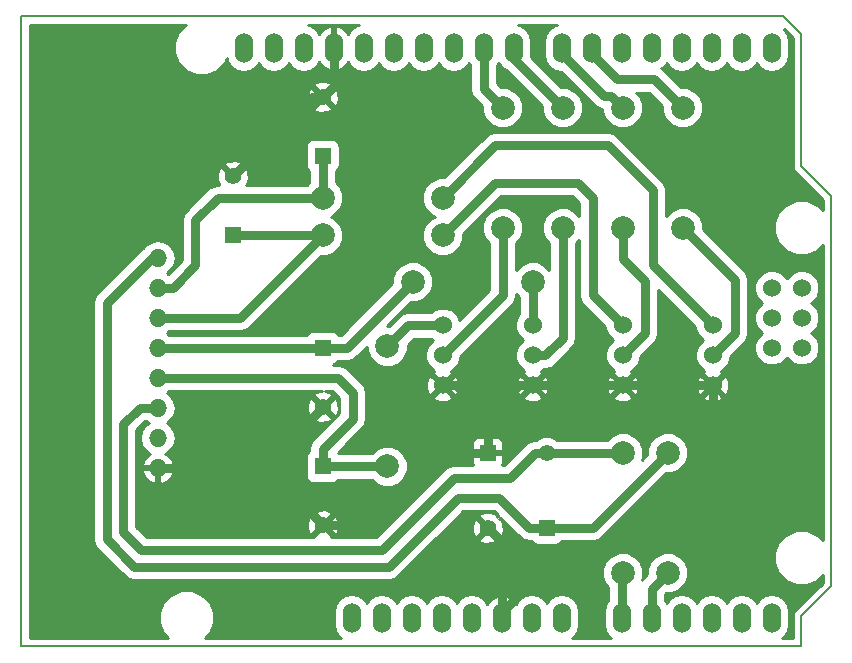
<source format=gbr>
G04 #@! TF.FileFunction,Copper,L2,Bot,Signal*
%FSLAX46Y46*%
G04 Gerber Fmt 4.6, Leading zero omitted, Abs format (unit mm)*
G04 Created by KiCad (PCBNEW 4.0.5) date Tue Feb 28 17:38:33 2017*
%MOMM*%
%LPD*%
G01*
G04 APERTURE LIST*
%ADD10C,0.100000*%
%ADD11C,0.150000*%
%ADD12O,1.524000X2.540000*%
%ADD13C,1.524000*%
%ADD14R,1.400000X1.400000*%
%ADD15C,1.400000*%
%ADD16C,1.998980*%
%ADD17O,1.524000X1.524000*%
%ADD18C,0.800000*%
%ADD19C,0.254000*%
G04 APERTURE END LIST*
D10*
D11*
X183388000Y-81788000D02*
X185928000Y-84328000D01*
X183388000Y-70612000D02*
X183388000Y-81788000D01*
X181864000Y-69088000D02*
X183388000Y-70612000D01*
X117348000Y-69088000D02*
X181864000Y-69088000D01*
X117348000Y-122428000D02*
X117348000Y-69088000D01*
X183388000Y-122428000D02*
X117348000Y-122428000D01*
X183388000Y-119888000D02*
X183388000Y-122428000D01*
X185928000Y-117348000D02*
X183388000Y-119888000D01*
X185928000Y-84328000D02*
X185928000Y-117348000D01*
D12*
X180886100Y-120015000D03*
X178346100Y-120015000D03*
X175806100Y-120015000D03*
X168186100Y-120015000D03*
X170726100Y-120015000D03*
X173266100Y-120015000D03*
X163106100Y-120015000D03*
X160566100Y-120015000D03*
X158026100Y-120015000D03*
X152946100Y-120015000D03*
X150406100Y-120015000D03*
X180886100Y-71755000D03*
X178346100Y-71755000D03*
X175806100Y-71755000D03*
X173266100Y-71755000D03*
X170726100Y-71755000D03*
X168186100Y-71755000D03*
X165646100Y-71755000D03*
X163106100Y-71755000D03*
X159042100Y-71755000D03*
X156502100Y-71755000D03*
X153962100Y-71755000D03*
X151422100Y-71755000D03*
X148882100Y-71755000D03*
X146342100Y-71755000D03*
X143802100Y-71755000D03*
X141262100Y-71755000D03*
X155486100Y-120015000D03*
X138722100Y-71755000D03*
X136182100Y-71755000D03*
X147866100Y-120015000D03*
X145326100Y-120015000D03*
D13*
X180886100Y-92075000D03*
X183426100Y-92075000D03*
X180886100Y-94615000D03*
X183426100Y-94615000D03*
X180886100Y-97155000D03*
X183426100Y-97155000D03*
D14*
X161845000Y-112395000D03*
D15*
X156845000Y-112395000D03*
D14*
X156845000Y-106045000D03*
D15*
X161845000Y-106045000D03*
D14*
X142875000Y-107188000D03*
D15*
X142875000Y-112188000D03*
D14*
X142875000Y-97155000D03*
D15*
X142875000Y-102155000D03*
D14*
X135255000Y-87630000D03*
D15*
X135255000Y-82630000D03*
D14*
X142875000Y-80899000D03*
D15*
X142875000Y-75899000D03*
D13*
X153035000Y-97790000D03*
X153035000Y-100330000D03*
X153035000Y-95250000D03*
X160655000Y-97790000D03*
X160655000Y-100330000D03*
X160655000Y-95250000D03*
X168275000Y-97790000D03*
X168275000Y-100330000D03*
X168275000Y-95250000D03*
X175895000Y-97790000D03*
X175895000Y-100330000D03*
X175895000Y-95250000D03*
D16*
X172085000Y-106045000D03*
X172085000Y-116205000D03*
X168275000Y-106045000D03*
X168275000Y-116205000D03*
X158115000Y-86995000D03*
X158115000Y-76835000D03*
X163195000Y-86995000D03*
X163195000Y-76835000D03*
X168275000Y-86995000D03*
X168275000Y-76835000D03*
X173355000Y-86995000D03*
X173355000Y-76835000D03*
X148336000Y-107188000D03*
X148336000Y-97028000D03*
X150495000Y-91567000D03*
X160655000Y-91567000D03*
X142875000Y-87630000D03*
X153035000Y-87630000D03*
X142875000Y-84455000D03*
X153035000Y-84455000D03*
D17*
X128905000Y-89535000D03*
X128905000Y-92075000D03*
X128905000Y-94615000D03*
X128905000Y-97155000D03*
X128905000Y-99695000D03*
X128905000Y-102235000D03*
X128905000Y-104775000D03*
X128905000Y-107315000D03*
D18*
X137715000Y-107315000D02*
X138002000Y-107315000D01*
X138002000Y-107315000D02*
X142875000Y-112188000D01*
X128905000Y-107315000D02*
X137715000Y-107315000D01*
X137715000Y-107315000D02*
X142875000Y-102155000D01*
X142875000Y-112188000D02*
X147452087Y-112188000D01*
X147452087Y-112188000D02*
X153595087Y-106045000D01*
X153595087Y-106045000D02*
X156845000Y-106045000D01*
X158026100Y-120015000D02*
X158026100Y-113576100D01*
X158026100Y-113576100D02*
X156845000Y-112395000D01*
X158026100Y-120015000D02*
X158026100Y-119507000D01*
X158026100Y-119507000D02*
X163738090Y-113795010D01*
X163738090Y-113795010D02*
X167294238Y-113795010D01*
X175895000Y-105194248D02*
X175895000Y-101407630D01*
X167294238Y-113795010D02*
X175895000Y-105194248D01*
X175895000Y-101407630D02*
X175895000Y-100330000D01*
X168275000Y-100330000D02*
X175895000Y-100330000D01*
X160655000Y-100330000D02*
X168275000Y-100330000D01*
X159512000Y-100330000D02*
X160655000Y-100330000D01*
X156845000Y-102997000D02*
X159512000Y-100330000D01*
X156845000Y-102997000D02*
X156845000Y-106045000D01*
X154178000Y-100330000D02*
X156845000Y-102997000D01*
X153035000Y-100330000D02*
X154178000Y-100330000D01*
X142875000Y-75899000D02*
X143802100Y-74971900D01*
X143802100Y-74971900D02*
X143802100Y-71755000D01*
X135255000Y-82630000D02*
X141986000Y-75899000D01*
X141986000Y-75899000D02*
X142875000Y-75899000D01*
X153035000Y-95250000D02*
X150114000Y-95250000D01*
X150114000Y-95250000D02*
X148336000Y-97028000D01*
X160655000Y-91567000D02*
X160655000Y-95250000D01*
X168275000Y-95250000D02*
X165735000Y-92710000D01*
X165735000Y-92710000D02*
X165735000Y-84455000D01*
X165735000Y-84455000D02*
X164465000Y-83185000D01*
X164465000Y-83185000D02*
X157480000Y-83185000D01*
X157480000Y-83185000D02*
X153035000Y-87630000D01*
X153035000Y-84455000D02*
X157480000Y-80010000D01*
X157480000Y-80010000D02*
X167005000Y-80010000D01*
X167005000Y-80010000D02*
X170815000Y-83820000D01*
X170815000Y-83820000D02*
X170815000Y-90170000D01*
X170815000Y-90170000D02*
X175895000Y-95250000D01*
X170726100Y-120015000D02*
X170726100Y-117563900D01*
X170726100Y-117563900D02*
X172085000Y-116205000D01*
X168186100Y-120015000D02*
X168186100Y-116293900D01*
X168186100Y-116293900D02*
X168275000Y-116205000D01*
X156502100Y-71755000D02*
X156502100Y-75222100D01*
X156502100Y-75222100D02*
X158115000Y-76835000D01*
X159042100Y-71755000D02*
X159042100Y-72682100D01*
X159042100Y-72682100D02*
X163195000Y-76835000D01*
X166662100Y-75819000D02*
X167259000Y-75819000D01*
X167259000Y-75819000D02*
X168275000Y-76835000D01*
X163106100Y-71755000D02*
X163106100Y-72263000D01*
X163106100Y-72263000D02*
X166662100Y-75819000D01*
X165646100Y-71755000D02*
X165646100Y-72263000D01*
X165646100Y-72263000D02*
X167802090Y-74418990D01*
X167802090Y-74418990D02*
X170938990Y-74418990D01*
X172355511Y-75835511D02*
X173355000Y-76835000D01*
X170938990Y-74418990D02*
X172355511Y-75835511D01*
X153035000Y-97790000D02*
X158115000Y-92710000D01*
X158115000Y-92710000D02*
X158115000Y-86995000D01*
X160655000Y-97790000D02*
X161732630Y-97790000D01*
X161732630Y-97790000D02*
X163195000Y-96327630D01*
X163195000Y-96327630D02*
X163195000Y-88408492D01*
X163195000Y-88408492D02*
X163195000Y-86995000D01*
X170180000Y-95885000D02*
X170180000Y-91514913D01*
X170180000Y-91514913D02*
X168275000Y-89609913D01*
X168275000Y-89609913D02*
X168275000Y-88408492D01*
X168275000Y-88408492D02*
X168275000Y-86995000D01*
X168275000Y-97790000D02*
X170180000Y-95885000D01*
X177800000Y-95885000D02*
X177800000Y-91440000D01*
X177800000Y-91440000D02*
X173355000Y-86995000D01*
X175895000Y-97790000D02*
X177800000Y-95885000D01*
X154305000Y-109855000D02*
X148459991Y-115700010D01*
X148459991Y-115700010D02*
X126928097Y-115700010D01*
X126928097Y-115700010D02*
X124583990Y-113355903D01*
X124583990Y-113355903D02*
X124583990Y-93348010D01*
X124583990Y-93348010D02*
X128397000Y-89535000D01*
X128397000Y-89535000D02*
X128905000Y-89535000D01*
X161845000Y-112395000D02*
X160345000Y-112395000D01*
X160345000Y-112395000D02*
X157805000Y-109855000D01*
X157805000Y-109855000D02*
X154305000Y-109855000D01*
X161845000Y-112395000D02*
X165735000Y-112395000D01*
X165735000Y-112395000D02*
X172085000Y-106045000D01*
X161845000Y-106045000D02*
X160855051Y-106045000D01*
X160855051Y-106045000D02*
X158696051Y-108204000D01*
X147880088Y-114300000D02*
X127508000Y-114300000D01*
X158696051Y-108204000D02*
X153976088Y-108204000D01*
X153976088Y-108204000D02*
X147880088Y-114300000D01*
X127508000Y-114300000D02*
X125984000Y-112776000D01*
X125984000Y-112776000D02*
X125984000Y-103632000D01*
X125984000Y-103632000D02*
X127381000Y-102235000D01*
X127381000Y-102235000D02*
X128905000Y-102235000D01*
X161845000Y-106045000D02*
X168275000Y-106045000D01*
X128905000Y-99695000D02*
X144145000Y-99695000D01*
X144145000Y-99695000D02*
X145415000Y-100965000D01*
X145415000Y-100965000D02*
X145415000Y-103148000D01*
X142875000Y-105688000D02*
X142875000Y-107188000D01*
X145415000Y-103148000D02*
X142875000Y-105688000D01*
X142875000Y-107188000D02*
X148336000Y-107188000D01*
X130937000Y-97155000D02*
X128905000Y-97155000D01*
X142875000Y-97155000D02*
X144907000Y-97155000D01*
X130937000Y-97155000D02*
X142875000Y-97155000D01*
X144907000Y-97155000D02*
X150495000Y-91567000D01*
X128905000Y-94615000D02*
X135890000Y-94615000D01*
X142875000Y-87630000D02*
X135890000Y-94615000D01*
X135255000Y-87630000D02*
X142875000Y-87630000D01*
X128905000Y-92075000D02*
X130175000Y-92075000D01*
X133985000Y-84455000D02*
X142875000Y-84455000D01*
X130175000Y-92075000D02*
X132080000Y-90170000D01*
X132080000Y-90170000D02*
X132080000Y-86360000D01*
X132080000Y-86360000D02*
X133985000Y-84455000D01*
X142875000Y-80899000D02*
X142875000Y-84455000D01*
D19*
G36*
X130665106Y-70442229D02*
X130312002Y-71292598D01*
X130311199Y-72213363D01*
X130662818Y-73064346D01*
X131313329Y-73715994D01*
X132163698Y-74069098D01*
X133084463Y-74069901D01*
X133935446Y-73718282D01*
X134587094Y-73067771D01*
X134761737Y-72647185D01*
X134806443Y-72871940D01*
X135129218Y-73355006D01*
X135612284Y-73677781D01*
X136182100Y-73791124D01*
X136751916Y-73677781D01*
X137234982Y-73355006D01*
X137452100Y-73030067D01*
X137669218Y-73355006D01*
X138152284Y-73677781D01*
X138722100Y-73791124D01*
X139291916Y-73677781D01*
X139774982Y-73355006D01*
X139992100Y-73030067D01*
X140209218Y-73355006D01*
X140692284Y-73677781D01*
X141262100Y-73791124D01*
X141831916Y-73677781D01*
X142314982Y-73355006D01*
X142586855Y-72948120D01*
X142904074Y-73340630D01*
X143384823Y-73602260D01*
X143459030Y-73617220D01*
X143675100Y-73494720D01*
X143675100Y-71882000D01*
X143655100Y-71882000D01*
X143655100Y-71628000D01*
X143675100Y-71628000D01*
X143675100Y-70015280D01*
X143459030Y-69892780D01*
X143384823Y-69907740D01*
X142904074Y-70169370D01*
X142586855Y-70561880D01*
X142314982Y-70154994D01*
X141831916Y-69832219D01*
X141659885Y-69798000D01*
X145944315Y-69798000D01*
X145772284Y-69832219D01*
X145289218Y-70154994D01*
X145017345Y-70561880D01*
X144700126Y-70169370D01*
X144219377Y-69907740D01*
X144145170Y-69892780D01*
X143929100Y-70015280D01*
X143929100Y-71628000D01*
X143949100Y-71628000D01*
X143949100Y-71882000D01*
X143929100Y-71882000D01*
X143929100Y-73494720D01*
X144145170Y-73617220D01*
X144219377Y-73602260D01*
X144700126Y-73340630D01*
X145017345Y-72948120D01*
X145289218Y-73355006D01*
X145772284Y-73677781D01*
X146342100Y-73791124D01*
X146911916Y-73677781D01*
X147394982Y-73355006D01*
X147612100Y-73030067D01*
X147829218Y-73355006D01*
X148312284Y-73677781D01*
X148882100Y-73791124D01*
X149451916Y-73677781D01*
X149934982Y-73355006D01*
X150152100Y-73030067D01*
X150369218Y-73355006D01*
X150852284Y-73677781D01*
X151422100Y-73791124D01*
X151991916Y-73677781D01*
X152474982Y-73355006D01*
X152692100Y-73030067D01*
X152909218Y-73355006D01*
X153392284Y-73677781D01*
X153962100Y-73791124D01*
X154531916Y-73677781D01*
X155014982Y-73355006D01*
X155232100Y-73030067D01*
X155375100Y-73244081D01*
X155375100Y-75222100D01*
X155460888Y-75653384D01*
X155705191Y-76019009D01*
X156388625Y-76702443D01*
X156388211Y-77176913D01*
X156650500Y-77811700D01*
X157135745Y-78297794D01*
X157770073Y-78561190D01*
X158456913Y-78561789D01*
X159091700Y-78299500D01*
X159577794Y-77814255D01*
X159841190Y-77179927D01*
X159841789Y-76493087D01*
X159579500Y-75858300D01*
X159094255Y-75372206D01*
X158459927Y-75108810D01*
X157982211Y-75108393D01*
X157629100Y-74755282D01*
X157629100Y-73244081D01*
X157772100Y-73030067D01*
X157989218Y-73355006D01*
X158386933Y-73620751D01*
X161468625Y-76702444D01*
X161468211Y-77176913D01*
X161730500Y-77811700D01*
X162215745Y-78297794D01*
X162850073Y-78561190D01*
X163536913Y-78561789D01*
X164171700Y-78299500D01*
X164657794Y-77814255D01*
X164921190Y-77179927D01*
X164921789Y-76493087D01*
X164659500Y-75858300D01*
X164174255Y-75372206D01*
X163539927Y-75108810D01*
X163062212Y-75108393D01*
X160485449Y-72531630D01*
X160531100Y-72302124D01*
X160531100Y-71207876D01*
X160417757Y-70638060D01*
X160094982Y-70154994D01*
X159611916Y-69832219D01*
X159439885Y-69798000D01*
X162708315Y-69798000D01*
X162536284Y-69832219D01*
X162053218Y-70154994D01*
X161730443Y-70638060D01*
X161617100Y-71207876D01*
X161617100Y-72302124D01*
X161730443Y-72871940D01*
X162053218Y-73355006D01*
X162536284Y-73677781D01*
X163024094Y-73774812D01*
X165865190Y-76615909D01*
X166230815Y-76860212D01*
X166302370Y-76874445D01*
X166548432Y-76923390D01*
X166548211Y-77176913D01*
X166810500Y-77811700D01*
X167295745Y-78297794D01*
X167930073Y-78561190D01*
X168616913Y-78561789D01*
X169251700Y-78299500D01*
X169737794Y-77814255D01*
X170001190Y-77179927D01*
X170001789Y-76493087D01*
X169739500Y-75858300D01*
X169427735Y-75545990D01*
X170472172Y-75545990D01*
X171628625Y-76702443D01*
X171628211Y-77176913D01*
X171890500Y-77811700D01*
X172375745Y-78297794D01*
X173010073Y-78561190D01*
X173696913Y-78561789D01*
X174331700Y-78299500D01*
X174817794Y-77814255D01*
X175081190Y-77179927D01*
X175081789Y-76493087D01*
X174819500Y-75858300D01*
X174334255Y-75372206D01*
X173699927Y-75108810D01*
X173222211Y-75108393D01*
X171735899Y-73622081D01*
X171557588Y-73502937D01*
X171778982Y-73355006D01*
X171996100Y-73030067D01*
X172213218Y-73355006D01*
X172696284Y-73677781D01*
X173266100Y-73791124D01*
X173835916Y-73677781D01*
X174318982Y-73355006D01*
X174536100Y-73030067D01*
X174753218Y-73355006D01*
X175236284Y-73677781D01*
X175806100Y-73791124D01*
X176375916Y-73677781D01*
X176858982Y-73355006D01*
X177076100Y-73030067D01*
X177293218Y-73355006D01*
X177776284Y-73677781D01*
X178346100Y-73791124D01*
X178915916Y-73677781D01*
X179398982Y-73355006D01*
X179616100Y-73030067D01*
X179833218Y-73355006D01*
X180316284Y-73677781D01*
X180886100Y-73791124D01*
X181455916Y-73677781D01*
X181938982Y-73355006D01*
X182261757Y-72871940D01*
X182375100Y-72302124D01*
X182375100Y-71207876D01*
X182261757Y-70638060D01*
X181963306Y-70191398D01*
X182678000Y-70906091D01*
X182678000Y-81788000D01*
X182732046Y-82059705D01*
X182885954Y-82290046D01*
X185218000Y-84622091D01*
X185218000Y-85513972D01*
X184738871Y-85034006D01*
X183888502Y-84680902D01*
X182967737Y-84680099D01*
X182116754Y-85031718D01*
X181465106Y-85682229D01*
X181112002Y-86532598D01*
X181111199Y-87453363D01*
X181462818Y-88304346D01*
X182113329Y-88955994D01*
X182963698Y-89309098D01*
X183884463Y-89309901D01*
X184735446Y-88958282D01*
X185218000Y-88476570D01*
X185218000Y-113453972D01*
X184738871Y-112974006D01*
X183888502Y-112620902D01*
X182967737Y-112620099D01*
X182116754Y-112971718D01*
X181465106Y-113622229D01*
X181112002Y-114472598D01*
X181111199Y-115393363D01*
X181462818Y-116244346D01*
X182113329Y-116895994D01*
X182963698Y-117249098D01*
X183884463Y-117249901D01*
X184735446Y-116898282D01*
X185218000Y-116416570D01*
X185218000Y-117053909D01*
X182885954Y-119385954D01*
X182732046Y-119616295D01*
X182678000Y-119888000D01*
X182678000Y-121718000D01*
X181784841Y-121718000D01*
X181938982Y-121615006D01*
X182261757Y-121131940D01*
X182375100Y-120562124D01*
X182375100Y-119467876D01*
X182261757Y-118898060D01*
X181938982Y-118414994D01*
X181455916Y-118092219D01*
X180886100Y-117978876D01*
X180316284Y-118092219D01*
X179833218Y-118414994D01*
X179616100Y-118739933D01*
X179398982Y-118414994D01*
X178915916Y-118092219D01*
X178346100Y-117978876D01*
X177776284Y-118092219D01*
X177293218Y-118414994D01*
X177076100Y-118739933D01*
X176858982Y-118414994D01*
X176375916Y-118092219D01*
X175806100Y-117978876D01*
X175236284Y-118092219D01*
X174753218Y-118414994D01*
X174536100Y-118739933D01*
X174318982Y-118414994D01*
X173835916Y-118092219D01*
X173266100Y-117978876D01*
X172696284Y-118092219D01*
X172213218Y-118414994D01*
X171996100Y-118739933D01*
X171853100Y-118525919D01*
X171853100Y-118030718D01*
X171952443Y-117931375D01*
X172426913Y-117931789D01*
X173061700Y-117669500D01*
X173547794Y-117184255D01*
X173811190Y-116549927D01*
X173811789Y-115863087D01*
X173549500Y-115228300D01*
X173064255Y-114742206D01*
X172429927Y-114478810D01*
X171743087Y-114478211D01*
X171108300Y-114740500D01*
X170622206Y-115225745D01*
X170358810Y-115860073D01*
X170358393Y-116337789D01*
X169929191Y-116766991D01*
X169881288Y-116838682D01*
X170001190Y-116549927D01*
X170001789Y-115863087D01*
X169739500Y-115228300D01*
X169254255Y-114742206D01*
X168619927Y-114478810D01*
X167933087Y-114478211D01*
X167298300Y-114740500D01*
X166812206Y-115225745D01*
X166548810Y-115860073D01*
X166548211Y-116546913D01*
X166810500Y-117181700D01*
X167059100Y-117430735D01*
X167059100Y-118525919D01*
X166810443Y-118898060D01*
X166697100Y-119467876D01*
X166697100Y-120562124D01*
X166810443Y-121131940D01*
X167133218Y-121615006D01*
X167287359Y-121718000D01*
X164004841Y-121718000D01*
X164158982Y-121615006D01*
X164481757Y-121131940D01*
X164595100Y-120562124D01*
X164595100Y-119467876D01*
X164481757Y-118898060D01*
X164158982Y-118414994D01*
X163675916Y-118092219D01*
X163106100Y-117978876D01*
X162536284Y-118092219D01*
X162053218Y-118414994D01*
X161836100Y-118739933D01*
X161618982Y-118414994D01*
X161135916Y-118092219D01*
X160566100Y-117978876D01*
X159996284Y-118092219D01*
X159513218Y-118414994D01*
X159241345Y-118821880D01*
X158924126Y-118429370D01*
X158443377Y-118167740D01*
X158369170Y-118152780D01*
X158153100Y-118275280D01*
X158153100Y-119888000D01*
X158173100Y-119888000D01*
X158173100Y-120142000D01*
X158153100Y-120142000D01*
X158153100Y-120162000D01*
X157899100Y-120162000D01*
X157899100Y-120142000D01*
X157879100Y-120142000D01*
X157879100Y-119888000D01*
X157899100Y-119888000D01*
X157899100Y-118275280D01*
X157683030Y-118152780D01*
X157608823Y-118167740D01*
X157128074Y-118429370D01*
X156810855Y-118821880D01*
X156538982Y-118414994D01*
X156055916Y-118092219D01*
X155486100Y-117978876D01*
X154916284Y-118092219D01*
X154433218Y-118414994D01*
X154216100Y-118739933D01*
X153998982Y-118414994D01*
X153515916Y-118092219D01*
X152946100Y-117978876D01*
X152376284Y-118092219D01*
X151893218Y-118414994D01*
X151676100Y-118739933D01*
X151458982Y-118414994D01*
X150975916Y-118092219D01*
X150406100Y-117978876D01*
X149836284Y-118092219D01*
X149353218Y-118414994D01*
X149136100Y-118739933D01*
X148918982Y-118414994D01*
X148435916Y-118092219D01*
X147866100Y-117978876D01*
X147296284Y-118092219D01*
X146813218Y-118414994D01*
X146596100Y-118739933D01*
X146378982Y-118414994D01*
X145895916Y-118092219D01*
X145326100Y-117978876D01*
X144756284Y-118092219D01*
X144273218Y-118414994D01*
X143950443Y-118898060D01*
X143837100Y-119467876D01*
X143837100Y-120562124D01*
X143950443Y-121131940D01*
X144273218Y-121615006D01*
X144427359Y-121718000D01*
X132926183Y-121718000D01*
X133317094Y-121327771D01*
X133670198Y-120477402D01*
X133671001Y-119556637D01*
X133319382Y-118705654D01*
X132668871Y-118054006D01*
X131818502Y-117700902D01*
X130897737Y-117700099D01*
X130046754Y-118051718D01*
X129395106Y-118702229D01*
X129042002Y-119552598D01*
X129041199Y-120473363D01*
X129392818Y-121324346D01*
X129785785Y-121718000D01*
X118058000Y-121718000D01*
X118058000Y-93348010D01*
X123456990Y-93348010D01*
X123456990Y-113355903D01*
X123542778Y-113787187D01*
X123787081Y-114152812D01*
X126131188Y-116496919D01*
X126496813Y-116741222D01*
X126928097Y-116827010D01*
X148459991Y-116827010D01*
X148891275Y-116741222D01*
X149256900Y-116496919D01*
X152423544Y-113330275D01*
X156089331Y-113330275D01*
X156151169Y-113566042D01*
X156652122Y-113742419D01*
X157182440Y-113713664D01*
X157538831Y-113566042D01*
X157600669Y-113330275D01*
X156845000Y-112574605D01*
X156089331Y-113330275D01*
X152423544Y-113330275D01*
X153551697Y-112202122D01*
X155497581Y-112202122D01*
X155526336Y-112732440D01*
X155673958Y-113088831D01*
X155909725Y-113150669D01*
X156665395Y-112395000D01*
X155909725Y-111639331D01*
X155673958Y-111701169D01*
X155497581Y-112202122D01*
X153551697Y-112202122D01*
X154771819Y-110982000D01*
X157338182Y-110982000D01*
X157708287Y-111352105D01*
X157600669Y-111459723D01*
X157538831Y-111223958D01*
X157037878Y-111047581D01*
X156507560Y-111076336D01*
X156151169Y-111223958D01*
X156089331Y-111459725D01*
X156845000Y-112215395D01*
X156859142Y-112201252D01*
X157038748Y-112380858D01*
X157024605Y-112395000D01*
X157780275Y-113150669D01*
X158016042Y-113088831D01*
X158192419Y-112587878D01*
X158163664Y-112057560D01*
X158016042Y-111701169D01*
X157780277Y-111639331D01*
X157887895Y-111531713D01*
X159548090Y-113191909D01*
X159913715Y-113436212D01*
X159985270Y-113450445D01*
X160345000Y-113522000D01*
X160555858Y-113522000D01*
X160613672Y-113611846D01*
X160856615Y-113777843D01*
X161145000Y-113836242D01*
X162545000Y-113836242D01*
X162814410Y-113785549D01*
X163061846Y-113626328D01*
X163133131Y-113522000D01*
X165735000Y-113522000D01*
X166166284Y-113436212D01*
X166531909Y-113191909D01*
X171952443Y-107771375D01*
X172426913Y-107771789D01*
X173061700Y-107509500D01*
X173547794Y-107024255D01*
X173811190Y-106389927D01*
X173811789Y-105703087D01*
X173549500Y-105068300D01*
X173064255Y-104582206D01*
X172429927Y-104318810D01*
X171743087Y-104318211D01*
X171108300Y-104580500D01*
X170622206Y-105065745D01*
X170358810Y-105700073D01*
X170358393Y-106177789D01*
X169898180Y-106638002D01*
X170001190Y-106389927D01*
X170001789Y-105703087D01*
X169739500Y-105068300D01*
X169254255Y-104582206D01*
X168619927Y-104318810D01*
X167933087Y-104318211D01*
X167298300Y-104580500D01*
X166960209Y-104918000D01*
X162736290Y-104918000D01*
X162654386Y-104835953D01*
X162130093Y-104618248D01*
X161562397Y-104617752D01*
X161037725Y-104834543D01*
X160954122Y-104918000D01*
X160855051Y-104918000D01*
X160423767Y-105003788D01*
X160058142Y-105248091D01*
X158229233Y-107077000D01*
X158094800Y-107077000D01*
X158180000Y-106871310D01*
X158180000Y-106330750D01*
X158021250Y-106172000D01*
X156972000Y-106172000D01*
X156972000Y-106192000D01*
X156718000Y-106192000D01*
X156718000Y-106172000D01*
X155668750Y-106172000D01*
X155510000Y-106330750D01*
X155510000Y-106871310D01*
X155595200Y-107077000D01*
X153976088Y-107077000D01*
X153544804Y-107162788D01*
X153179179Y-107407091D01*
X147413270Y-113173000D01*
X143617627Y-113173000D01*
X143630669Y-113123275D01*
X142875000Y-112367605D01*
X142119331Y-113123275D01*
X142132373Y-113173000D01*
X127974819Y-113173000D01*
X127111000Y-112309182D01*
X127111000Y-111995122D01*
X141527581Y-111995122D01*
X141556336Y-112525440D01*
X141703958Y-112881831D01*
X141939725Y-112943669D01*
X142695395Y-112188000D01*
X143054605Y-112188000D01*
X143810275Y-112943669D01*
X144046042Y-112881831D01*
X144222419Y-112380878D01*
X144193664Y-111850560D01*
X144046042Y-111494169D01*
X143810275Y-111432331D01*
X143054605Y-112188000D01*
X142695395Y-112188000D01*
X141939725Y-111432331D01*
X141703958Y-111494169D01*
X141527581Y-111995122D01*
X127111000Y-111995122D01*
X127111000Y-111252725D01*
X142119331Y-111252725D01*
X142875000Y-112008395D01*
X143630669Y-111252725D01*
X143568831Y-111016958D01*
X143067878Y-110840581D01*
X142537560Y-110869336D01*
X142181169Y-111016958D01*
X142119331Y-111252725D01*
X127111000Y-111252725D01*
X127111000Y-107658070D01*
X127550780Y-107658070D01*
X127704826Y-108029997D01*
X128069801Y-108434858D01*
X128561928Y-108669231D01*
X128778000Y-108547476D01*
X128778000Y-107442000D01*
X129032000Y-107442000D01*
X129032000Y-108547476D01*
X129248072Y-108669231D01*
X129740199Y-108434858D01*
X130105174Y-108029997D01*
X130259220Y-107658070D01*
X130136720Y-107442000D01*
X129032000Y-107442000D01*
X128778000Y-107442000D01*
X127673280Y-107442000D01*
X127550780Y-107658070D01*
X127111000Y-107658070D01*
X127111000Y-104098818D01*
X127847819Y-103362000D01*
X127933872Y-103362000D01*
X128147886Y-103505000D01*
X127822947Y-103722118D01*
X127500172Y-104205184D01*
X127386829Y-104775000D01*
X127500172Y-105344816D01*
X127822947Y-105827882D01*
X128246586Y-106110949D01*
X128069801Y-106195142D01*
X127704826Y-106600003D01*
X127550780Y-106971930D01*
X127673280Y-107188000D01*
X128778000Y-107188000D01*
X128778000Y-107168000D01*
X129032000Y-107168000D01*
X129032000Y-107188000D01*
X130136720Y-107188000D01*
X130259220Y-106971930D01*
X130105174Y-106600003D01*
X129740199Y-106195142D01*
X129563414Y-106110949D01*
X129987053Y-105827882D01*
X130309828Y-105344816D01*
X130423171Y-104775000D01*
X130309828Y-104205184D01*
X129987053Y-103722118D01*
X129662114Y-103505000D01*
X129987053Y-103287882D01*
X130119090Y-103090275D01*
X142119331Y-103090275D01*
X142181169Y-103326042D01*
X142682122Y-103502419D01*
X143212440Y-103473664D01*
X143568831Y-103326042D01*
X143630669Y-103090275D01*
X142875000Y-102334605D01*
X142119331Y-103090275D01*
X130119090Y-103090275D01*
X130309828Y-102804816D01*
X130423171Y-102235000D01*
X130368893Y-101962122D01*
X141527581Y-101962122D01*
X141556336Y-102492440D01*
X141703958Y-102848831D01*
X141939725Y-102910669D01*
X142695395Y-102155000D01*
X143054605Y-102155000D01*
X143810275Y-102910669D01*
X144046042Y-102848831D01*
X144222419Y-102347878D01*
X144193664Y-101817560D01*
X144046042Y-101461169D01*
X143810275Y-101399331D01*
X143054605Y-102155000D01*
X142695395Y-102155000D01*
X141939725Y-101399331D01*
X141703958Y-101461169D01*
X141527581Y-101962122D01*
X130368893Y-101962122D01*
X130309828Y-101665184D01*
X129987053Y-101182118D01*
X129662114Y-100965000D01*
X129876128Y-100822000D01*
X142801954Y-100822000D01*
X142537560Y-100836336D01*
X142181169Y-100983958D01*
X142119331Y-101219725D01*
X142875000Y-101975395D01*
X143630669Y-101219725D01*
X143568831Y-100983958D01*
X143108831Y-100822000D01*
X143678182Y-100822000D01*
X144288000Y-101431819D01*
X144288000Y-102681181D01*
X142078091Y-104891091D01*
X141833788Y-105256716D01*
X141748000Y-105688000D01*
X141748000Y-105898858D01*
X141658154Y-105956672D01*
X141492157Y-106199615D01*
X141433758Y-106488000D01*
X141433758Y-107888000D01*
X141484451Y-108157410D01*
X141643672Y-108404846D01*
X141886615Y-108570843D01*
X142175000Y-108629242D01*
X143575000Y-108629242D01*
X143844410Y-108578549D01*
X144091846Y-108419328D01*
X144163131Y-108315000D01*
X147021537Y-108315000D01*
X147356745Y-108650794D01*
X147991073Y-108914190D01*
X148677913Y-108914789D01*
X149312700Y-108652500D01*
X149798794Y-108167255D01*
X150062190Y-107532927D01*
X150062789Y-106846087D01*
X149800500Y-106211300D01*
X149315255Y-105725206D01*
X148680927Y-105461810D01*
X147994087Y-105461211D01*
X147359300Y-105723500D01*
X147021209Y-106061000D01*
X144164142Y-106061000D01*
X144137391Y-106019427D01*
X144938128Y-105218690D01*
X155510000Y-105218690D01*
X155510000Y-105759250D01*
X155668750Y-105918000D01*
X156718000Y-105918000D01*
X156718000Y-104868750D01*
X156972000Y-104868750D01*
X156972000Y-105918000D01*
X158021250Y-105918000D01*
X158180000Y-105759250D01*
X158180000Y-105218690D01*
X158083327Y-104985301D01*
X157904698Y-104806673D01*
X157671309Y-104710000D01*
X157130750Y-104710000D01*
X156972000Y-104868750D01*
X156718000Y-104868750D01*
X156559250Y-104710000D01*
X156018691Y-104710000D01*
X155785302Y-104806673D01*
X155606673Y-104985301D01*
X155510000Y-105218690D01*
X144938128Y-105218690D01*
X146211909Y-103944910D01*
X146456212Y-103579285D01*
X146477221Y-103473664D01*
X146542000Y-103148000D01*
X146542000Y-101310213D01*
X152234392Y-101310213D01*
X152303857Y-101552397D01*
X152827302Y-101739144D01*
X153382368Y-101711362D01*
X153766143Y-101552397D01*
X153835608Y-101310213D01*
X159854392Y-101310213D01*
X159923857Y-101552397D01*
X160447302Y-101739144D01*
X161002368Y-101711362D01*
X161386143Y-101552397D01*
X161455608Y-101310213D01*
X167474392Y-101310213D01*
X167543857Y-101552397D01*
X168067302Y-101739144D01*
X168622368Y-101711362D01*
X169006143Y-101552397D01*
X169075608Y-101310213D01*
X175094392Y-101310213D01*
X175163857Y-101552397D01*
X175687302Y-101739144D01*
X176242368Y-101711362D01*
X176626143Y-101552397D01*
X176695608Y-101310213D01*
X175895000Y-100509605D01*
X175094392Y-101310213D01*
X169075608Y-101310213D01*
X168275000Y-100509605D01*
X167474392Y-101310213D01*
X161455608Y-101310213D01*
X160655000Y-100509605D01*
X159854392Y-101310213D01*
X153835608Y-101310213D01*
X153035000Y-100509605D01*
X152234392Y-101310213D01*
X146542000Y-101310213D01*
X146542000Y-100965000D01*
X146456212Y-100533716D01*
X146440102Y-100509605D01*
X146211909Y-100168090D01*
X146166121Y-100122302D01*
X151625856Y-100122302D01*
X151653638Y-100677368D01*
X151812603Y-101061143D01*
X152054787Y-101130608D01*
X152855395Y-100330000D01*
X153214605Y-100330000D01*
X154015213Y-101130608D01*
X154257397Y-101061143D01*
X154444144Y-100537698D01*
X154423353Y-100122302D01*
X159245856Y-100122302D01*
X159273638Y-100677368D01*
X159432603Y-101061143D01*
X159674787Y-101130608D01*
X160475395Y-100330000D01*
X160834605Y-100330000D01*
X161635213Y-101130608D01*
X161877397Y-101061143D01*
X162064144Y-100537698D01*
X162043353Y-100122302D01*
X166865856Y-100122302D01*
X166893638Y-100677368D01*
X167052603Y-101061143D01*
X167294787Y-101130608D01*
X168095395Y-100330000D01*
X168454605Y-100330000D01*
X169255213Y-101130608D01*
X169497397Y-101061143D01*
X169684144Y-100537698D01*
X169663353Y-100122302D01*
X174485856Y-100122302D01*
X174513638Y-100677368D01*
X174672603Y-101061143D01*
X174914787Y-101130608D01*
X175715395Y-100330000D01*
X176074605Y-100330000D01*
X176875213Y-101130608D01*
X177117397Y-101061143D01*
X177304144Y-100537698D01*
X177276362Y-99982632D01*
X177117397Y-99598857D01*
X176875213Y-99529392D01*
X176074605Y-100330000D01*
X175715395Y-100330000D01*
X174914787Y-99529392D01*
X174672603Y-99598857D01*
X174485856Y-100122302D01*
X169663353Y-100122302D01*
X169656362Y-99982632D01*
X169497397Y-99598857D01*
X169255213Y-99529392D01*
X168454605Y-100330000D01*
X168095395Y-100330000D01*
X167294787Y-99529392D01*
X167052603Y-99598857D01*
X166865856Y-100122302D01*
X162043353Y-100122302D01*
X162036362Y-99982632D01*
X161877397Y-99598857D01*
X161635213Y-99529392D01*
X160834605Y-100330000D01*
X160475395Y-100330000D01*
X159674787Y-99529392D01*
X159432603Y-99598857D01*
X159245856Y-100122302D01*
X154423353Y-100122302D01*
X154416362Y-99982632D01*
X154257397Y-99598857D01*
X154015213Y-99529392D01*
X153214605Y-100330000D01*
X152855395Y-100330000D01*
X152054787Y-99529392D01*
X151812603Y-99598857D01*
X151625856Y-100122302D01*
X146166121Y-100122302D01*
X144941909Y-98898091D01*
X144576284Y-98653788D01*
X144145000Y-98568000D01*
X143725093Y-98568000D01*
X143844410Y-98545549D01*
X144091846Y-98386328D01*
X144163131Y-98282000D01*
X144907000Y-98282000D01*
X145338284Y-98196212D01*
X145703909Y-97951909D01*
X146609493Y-97046325D01*
X146609211Y-97369913D01*
X146871500Y-98004700D01*
X147356745Y-98490794D01*
X147991073Y-98754190D01*
X148677913Y-98754789D01*
X149312700Y-98492500D01*
X149798794Y-98007255D01*
X150062190Y-97372927D01*
X150062607Y-96895212D01*
X150580819Y-96377000D01*
X152056106Y-96377000D01*
X152190448Y-96511577D01*
X152210105Y-96519739D01*
X152192651Y-96526951D01*
X151773423Y-96945448D01*
X151546259Y-97492520D01*
X151545742Y-98084881D01*
X151771951Y-98632349D01*
X152190448Y-99051577D01*
X152314629Y-99103141D01*
X152303857Y-99107603D01*
X152234392Y-99349787D01*
X153035000Y-100150395D01*
X153835608Y-99349787D01*
X153766143Y-99107603D01*
X153754967Y-99103616D01*
X153877349Y-99053049D01*
X154296577Y-98634552D01*
X154523741Y-98087480D01*
X154523909Y-97894909D01*
X158911909Y-93506909D01*
X159156212Y-93141284D01*
X159242000Y-92710000D01*
X159242000Y-92595290D01*
X159528000Y-92881791D01*
X159528000Y-94271106D01*
X159393423Y-94405448D01*
X159166259Y-94952520D01*
X159165742Y-95544881D01*
X159391951Y-96092349D01*
X159810448Y-96511577D01*
X159830105Y-96519739D01*
X159812651Y-96526951D01*
X159393423Y-96945448D01*
X159166259Y-97492520D01*
X159165742Y-98084881D01*
X159391951Y-98632349D01*
X159810448Y-99051577D01*
X159934629Y-99103141D01*
X159923857Y-99107603D01*
X159854392Y-99349787D01*
X160655000Y-100150395D01*
X161455608Y-99349787D01*
X161386143Y-99107603D01*
X161374967Y-99103616D01*
X161497349Y-99053049D01*
X161633636Y-98917000D01*
X161732630Y-98917000D01*
X162163914Y-98831212D01*
X162529539Y-98586909D01*
X163991909Y-97124540D01*
X164236212Y-96758915D01*
X164251529Y-96681909D01*
X164322000Y-96327630D01*
X164322000Y-88309463D01*
X164608000Y-88023962D01*
X164608000Y-92710000D01*
X164693788Y-93141284D01*
X164938091Y-93506909D01*
X166785908Y-95354727D01*
X166785742Y-95544881D01*
X167011951Y-96092349D01*
X167430448Y-96511577D01*
X167450105Y-96519739D01*
X167432651Y-96526951D01*
X167013423Y-96945448D01*
X166786259Y-97492520D01*
X166785742Y-98084881D01*
X167011951Y-98632349D01*
X167430448Y-99051577D01*
X167554629Y-99103141D01*
X167543857Y-99107603D01*
X167474392Y-99349787D01*
X168275000Y-100150395D01*
X169075608Y-99349787D01*
X169006143Y-99107603D01*
X168994967Y-99103616D01*
X169117349Y-99053049D01*
X169536577Y-98634552D01*
X169763741Y-98087480D01*
X169763909Y-97894909D01*
X170976909Y-96681909D01*
X171221212Y-96316284D01*
X171307000Y-95885000D01*
X171307000Y-92255818D01*
X174405908Y-95354726D01*
X174405742Y-95544881D01*
X174631951Y-96092349D01*
X175050448Y-96511577D01*
X175070105Y-96519739D01*
X175052651Y-96526951D01*
X174633423Y-96945448D01*
X174406259Y-97492520D01*
X174405742Y-98084881D01*
X174631951Y-98632349D01*
X175050448Y-99051577D01*
X175174629Y-99103141D01*
X175163857Y-99107603D01*
X175094392Y-99349787D01*
X175895000Y-100150395D01*
X176695608Y-99349787D01*
X176626143Y-99107603D01*
X176614967Y-99103616D01*
X176737349Y-99053049D01*
X177156577Y-98634552D01*
X177383741Y-98087480D01*
X177383909Y-97894909D01*
X178596909Y-96681909D01*
X178841212Y-96316284D01*
X178927000Y-95885000D01*
X178927000Y-92369881D01*
X179396842Y-92369881D01*
X179623051Y-92917349D01*
X180041548Y-93336577D01*
X180061205Y-93344739D01*
X180043751Y-93351951D01*
X179624523Y-93770448D01*
X179397359Y-94317520D01*
X179396842Y-94909881D01*
X179623051Y-95457349D01*
X180041548Y-95876577D01*
X180061205Y-95884739D01*
X180043751Y-95891951D01*
X179624523Y-96310448D01*
X179397359Y-96857520D01*
X179396842Y-97449881D01*
X179623051Y-97997349D01*
X180041548Y-98416577D01*
X180588620Y-98643741D01*
X181180981Y-98644258D01*
X181728449Y-98418049D01*
X182147677Y-97999552D01*
X182155839Y-97979895D01*
X182163051Y-97997349D01*
X182581548Y-98416577D01*
X183128620Y-98643741D01*
X183720981Y-98644258D01*
X184268449Y-98418049D01*
X184687677Y-97999552D01*
X184914841Y-97452480D01*
X184915358Y-96860119D01*
X184689149Y-96312651D01*
X184270652Y-95893423D01*
X184250995Y-95885261D01*
X184268449Y-95878049D01*
X184687677Y-95459552D01*
X184914841Y-94912480D01*
X184915358Y-94320119D01*
X184689149Y-93772651D01*
X184270652Y-93353423D01*
X184250995Y-93345261D01*
X184268449Y-93338049D01*
X184687677Y-92919552D01*
X184914841Y-92372480D01*
X184915358Y-91780119D01*
X184689149Y-91232651D01*
X184270652Y-90813423D01*
X183723580Y-90586259D01*
X183131219Y-90585742D01*
X182583751Y-90811951D01*
X182164523Y-91230448D01*
X182156361Y-91250105D01*
X182149149Y-91232651D01*
X181730652Y-90813423D01*
X181183580Y-90586259D01*
X180591219Y-90585742D01*
X180043751Y-90811951D01*
X179624523Y-91230448D01*
X179397359Y-91777520D01*
X179396842Y-92369881D01*
X178927000Y-92369881D01*
X178927000Y-91440000D01*
X178841212Y-91008716D01*
X178596909Y-90643090D01*
X175081375Y-87127557D01*
X175081789Y-86653087D01*
X174819500Y-86018300D01*
X174334255Y-85532206D01*
X173699927Y-85268810D01*
X173013087Y-85268211D01*
X172378300Y-85530500D01*
X171942000Y-85966038D01*
X171942000Y-83820000D01*
X171856212Y-83388716D01*
X171812857Y-83323831D01*
X171611910Y-83023091D01*
X167801909Y-79213091D01*
X167436284Y-78968788D01*
X167005000Y-78883000D01*
X157480000Y-78883000D01*
X157048716Y-78968788D01*
X156683090Y-79213091D01*
X153167557Y-82728625D01*
X152693087Y-82728211D01*
X152058300Y-82990500D01*
X151572206Y-83475745D01*
X151308810Y-84110073D01*
X151308211Y-84796913D01*
X151570500Y-85431700D01*
X152055745Y-85917794D01*
X152356026Y-86042482D01*
X152058300Y-86165500D01*
X151572206Y-86650745D01*
X151308810Y-87285073D01*
X151308211Y-87971913D01*
X151570500Y-88606700D01*
X152055745Y-89092794D01*
X152690073Y-89356190D01*
X153376913Y-89356789D01*
X154011700Y-89094500D01*
X154497794Y-88609255D01*
X154761190Y-87974927D01*
X154761607Y-87497212D01*
X157946819Y-84312000D01*
X163998182Y-84312000D01*
X164608000Y-84921819D01*
X164608000Y-85966710D01*
X164174255Y-85532206D01*
X163539927Y-85268810D01*
X162853087Y-85268211D01*
X162218300Y-85530500D01*
X161732206Y-86015745D01*
X161468810Y-86650073D01*
X161468211Y-87336913D01*
X161730500Y-87971700D01*
X162068000Y-88309791D01*
X162068000Y-90538710D01*
X161634255Y-90104206D01*
X160999927Y-89840810D01*
X160313087Y-89840211D01*
X159678300Y-90102500D01*
X159242000Y-90538038D01*
X159242000Y-88309463D01*
X159577794Y-87974255D01*
X159841190Y-87339927D01*
X159841789Y-86653087D01*
X159579500Y-86018300D01*
X159094255Y-85532206D01*
X158459927Y-85268810D01*
X157773087Y-85268211D01*
X157138300Y-85530500D01*
X156652206Y-86015745D01*
X156388810Y-86650073D01*
X156388211Y-87336913D01*
X156650500Y-87971700D01*
X156988000Y-88309791D01*
X156988000Y-92243182D01*
X154451690Y-94779492D01*
X154298049Y-94407651D01*
X153879552Y-93988423D01*
X153332480Y-93761259D01*
X152740119Y-93760742D01*
X152192651Y-93986951D01*
X152056364Y-94123000D01*
X150114000Y-94123000D01*
X149682716Y-94208788D01*
X149317091Y-94453090D01*
X148468557Y-95301625D01*
X148354293Y-95301525D01*
X150362444Y-93293375D01*
X150836913Y-93293789D01*
X151471700Y-93031500D01*
X151957794Y-92546255D01*
X152221190Y-91911927D01*
X152221789Y-91225087D01*
X151959500Y-90590300D01*
X151474255Y-90104206D01*
X150839927Y-89840810D01*
X150153087Y-89840211D01*
X149518300Y-90102500D01*
X149032206Y-90587745D01*
X148768810Y-91222073D01*
X148768393Y-91699788D01*
X144440182Y-96028000D01*
X144164142Y-96028000D01*
X144106328Y-95938154D01*
X143863385Y-95772157D01*
X143575000Y-95713758D01*
X142175000Y-95713758D01*
X141905590Y-95764451D01*
X141658154Y-95923672D01*
X141586869Y-96028000D01*
X129876128Y-96028000D01*
X129662114Y-95885000D01*
X129876128Y-95742000D01*
X135890000Y-95742000D01*
X136321284Y-95656212D01*
X136686909Y-95411909D01*
X142742444Y-89356375D01*
X143216913Y-89356789D01*
X143851700Y-89094500D01*
X144337794Y-88609255D01*
X144601190Y-87974927D01*
X144601789Y-87288087D01*
X144339500Y-86653300D01*
X143854255Y-86167206D01*
X143553974Y-86042518D01*
X143851700Y-85919500D01*
X144337794Y-85434255D01*
X144601190Y-84799927D01*
X144601789Y-84113087D01*
X144339500Y-83478300D01*
X144002000Y-83140209D01*
X144002000Y-82188142D01*
X144091846Y-82130328D01*
X144257843Y-81887385D01*
X144316242Y-81599000D01*
X144316242Y-80199000D01*
X144265549Y-79929590D01*
X144106328Y-79682154D01*
X143863385Y-79516157D01*
X143575000Y-79457758D01*
X142175000Y-79457758D01*
X141905590Y-79508451D01*
X141658154Y-79667672D01*
X141492157Y-79910615D01*
X141433758Y-80199000D01*
X141433758Y-81599000D01*
X141484451Y-81868410D01*
X141643672Y-82115846D01*
X141748000Y-82187131D01*
X141748000Y-83140537D01*
X141560209Y-83328000D01*
X136410147Y-83328000D01*
X136426042Y-83323831D01*
X136602419Y-82822878D01*
X136573664Y-82292560D01*
X136426042Y-81936169D01*
X136190275Y-81874331D01*
X135434605Y-82630000D01*
X135448748Y-82644142D01*
X135269142Y-82823748D01*
X135255000Y-82809605D01*
X135240858Y-82823748D01*
X135061252Y-82644142D01*
X135075395Y-82630000D01*
X134319725Y-81874331D01*
X134083958Y-81936169D01*
X133907581Y-82437122D01*
X133936336Y-82967440D01*
X134083958Y-83323831D01*
X134099853Y-83328000D01*
X133985000Y-83328000D01*
X133553716Y-83413788D01*
X133188091Y-83658091D01*
X131283091Y-85563091D01*
X131038788Y-85928716D01*
X130953000Y-86360000D01*
X130953000Y-89703182D01*
X129775452Y-90880730D01*
X129662114Y-90805000D01*
X129987053Y-90587882D01*
X130309828Y-90104816D01*
X130423171Y-89535000D01*
X130309828Y-88965184D01*
X129987053Y-88482118D01*
X129503987Y-88159343D01*
X128934171Y-88046000D01*
X128875829Y-88046000D01*
X128306013Y-88159343D01*
X127822947Y-88482118D01*
X127693708Y-88675537D01*
X127600090Y-88738091D01*
X123787081Y-92551101D01*
X123542778Y-92916726D01*
X123456990Y-93348010D01*
X118058000Y-93348010D01*
X118058000Y-81694725D01*
X134499331Y-81694725D01*
X135255000Y-82450395D01*
X136010669Y-81694725D01*
X135948831Y-81458958D01*
X135447878Y-81282581D01*
X134917560Y-81311336D01*
X134561169Y-81458958D01*
X134499331Y-81694725D01*
X118058000Y-81694725D01*
X118058000Y-76834275D01*
X142119331Y-76834275D01*
X142181169Y-77070042D01*
X142682122Y-77246419D01*
X143212440Y-77217664D01*
X143568831Y-77070042D01*
X143630669Y-76834275D01*
X142875000Y-76078605D01*
X142119331Y-76834275D01*
X118058000Y-76834275D01*
X118058000Y-75706122D01*
X141527581Y-75706122D01*
X141556336Y-76236440D01*
X141703958Y-76592831D01*
X141939725Y-76654669D01*
X142695395Y-75899000D01*
X143054605Y-75899000D01*
X143810275Y-76654669D01*
X144046042Y-76592831D01*
X144222419Y-76091878D01*
X144193664Y-75561560D01*
X144046042Y-75205169D01*
X143810275Y-75143331D01*
X143054605Y-75899000D01*
X142695395Y-75899000D01*
X141939725Y-75143331D01*
X141703958Y-75205169D01*
X141527581Y-75706122D01*
X118058000Y-75706122D01*
X118058000Y-74963725D01*
X142119331Y-74963725D01*
X142875000Y-75719395D01*
X143630669Y-74963725D01*
X143568831Y-74727958D01*
X143067878Y-74551581D01*
X142537560Y-74580336D01*
X142181169Y-74727958D01*
X142119331Y-74963725D01*
X118058000Y-74963725D01*
X118058000Y-69798000D01*
X131310461Y-69798000D01*
X130665106Y-70442229D01*
X130665106Y-70442229D01*
G37*
X130665106Y-70442229D02*
X130312002Y-71292598D01*
X130311199Y-72213363D01*
X130662818Y-73064346D01*
X131313329Y-73715994D01*
X132163698Y-74069098D01*
X133084463Y-74069901D01*
X133935446Y-73718282D01*
X134587094Y-73067771D01*
X134761737Y-72647185D01*
X134806443Y-72871940D01*
X135129218Y-73355006D01*
X135612284Y-73677781D01*
X136182100Y-73791124D01*
X136751916Y-73677781D01*
X137234982Y-73355006D01*
X137452100Y-73030067D01*
X137669218Y-73355006D01*
X138152284Y-73677781D01*
X138722100Y-73791124D01*
X139291916Y-73677781D01*
X139774982Y-73355006D01*
X139992100Y-73030067D01*
X140209218Y-73355006D01*
X140692284Y-73677781D01*
X141262100Y-73791124D01*
X141831916Y-73677781D01*
X142314982Y-73355006D01*
X142586855Y-72948120D01*
X142904074Y-73340630D01*
X143384823Y-73602260D01*
X143459030Y-73617220D01*
X143675100Y-73494720D01*
X143675100Y-71882000D01*
X143655100Y-71882000D01*
X143655100Y-71628000D01*
X143675100Y-71628000D01*
X143675100Y-70015280D01*
X143459030Y-69892780D01*
X143384823Y-69907740D01*
X142904074Y-70169370D01*
X142586855Y-70561880D01*
X142314982Y-70154994D01*
X141831916Y-69832219D01*
X141659885Y-69798000D01*
X145944315Y-69798000D01*
X145772284Y-69832219D01*
X145289218Y-70154994D01*
X145017345Y-70561880D01*
X144700126Y-70169370D01*
X144219377Y-69907740D01*
X144145170Y-69892780D01*
X143929100Y-70015280D01*
X143929100Y-71628000D01*
X143949100Y-71628000D01*
X143949100Y-71882000D01*
X143929100Y-71882000D01*
X143929100Y-73494720D01*
X144145170Y-73617220D01*
X144219377Y-73602260D01*
X144700126Y-73340630D01*
X145017345Y-72948120D01*
X145289218Y-73355006D01*
X145772284Y-73677781D01*
X146342100Y-73791124D01*
X146911916Y-73677781D01*
X147394982Y-73355006D01*
X147612100Y-73030067D01*
X147829218Y-73355006D01*
X148312284Y-73677781D01*
X148882100Y-73791124D01*
X149451916Y-73677781D01*
X149934982Y-73355006D01*
X150152100Y-73030067D01*
X150369218Y-73355006D01*
X150852284Y-73677781D01*
X151422100Y-73791124D01*
X151991916Y-73677781D01*
X152474982Y-73355006D01*
X152692100Y-73030067D01*
X152909218Y-73355006D01*
X153392284Y-73677781D01*
X153962100Y-73791124D01*
X154531916Y-73677781D01*
X155014982Y-73355006D01*
X155232100Y-73030067D01*
X155375100Y-73244081D01*
X155375100Y-75222100D01*
X155460888Y-75653384D01*
X155705191Y-76019009D01*
X156388625Y-76702443D01*
X156388211Y-77176913D01*
X156650500Y-77811700D01*
X157135745Y-78297794D01*
X157770073Y-78561190D01*
X158456913Y-78561789D01*
X159091700Y-78299500D01*
X159577794Y-77814255D01*
X159841190Y-77179927D01*
X159841789Y-76493087D01*
X159579500Y-75858300D01*
X159094255Y-75372206D01*
X158459927Y-75108810D01*
X157982211Y-75108393D01*
X157629100Y-74755282D01*
X157629100Y-73244081D01*
X157772100Y-73030067D01*
X157989218Y-73355006D01*
X158386933Y-73620751D01*
X161468625Y-76702444D01*
X161468211Y-77176913D01*
X161730500Y-77811700D01*
X162215745Y-78297794D01*
X162850073Y-78561190D01*
X163536913Y-78561789D01*
X164171700Y-78299500D01*
X164657794Y-77814255D01*
X164921190Y-77179927D01*
X164921789Y-76493087D01*
X164659500Y-75858300D01*
X164174255Y-75372206D01*
X163539927Y-75108810D01*
X163062212Y-75108393D01*
X160485449Y-72531630D01*
X160531100Y-72302124D01*
X160531100Y-71207876D01*
X160417757Y-70638060D01*
X160094982Y-70154994D01*
X159611916Y-69832219D01*
X159439885Y-69798000D01*
X162708315Y-69798000D01*
X162536284Y-69832219D01*
X162053218Y-70154994D01*
X161730443Y-70638060D01*
X161617100Y-71207876D01*
X161617100Y-72302124D01*
X161730443Y-72871940D01*
X162053218Y-73355006D01*
X162536284Y-73677781D01*
X163024094Y-73774812D01*
X165865190Y-76615909D01*
X166230815Y-76860212D01*
X166302370Y-76874445D01*
X166548432Y-76923390D01*
X166548211Y-77176913D01*
X166810500Y-77811700D01*
X167295745Y-78297794D01*
X167930073Y-78561190D01*
X168616913Y-78561789D01*
X169251700Y-78299500D01*
X169737794Y-77814255D01*
X170001190Y-77179927D01*
X170001789Y-76493087D01*
X169739500Y-75858300D01*
X169427735Y-75545990D01*
X170472172Y-75545990D01*
X171628625Y-76702443D01*
X171628211Y-77176913D01*
X171890500Y-77811700D01*
X172375745Y-78297794D01*
X173010073Y-78561190D01*
X173696913Y-78561789D01*
X174331700Y-78299500D01*
X174817794Y-77814255D01*
X175081190Y-77179927D01*
X175081789Y-76493087D01*
X174819500Y-75858300D01*
X174334255Y-75372206D01*
X173699927Y-75108810D01*
X173222211Y-75108393D01*
X171735899Y-73622081D01*
X171557588Y-73502937D01*
X171778982Y-73355006D01*
X171996100Y-73030067D01*
X172213218Y-73355006D01*
X172696284Y-73677781D01*
X173266100Y-73791124D01*
X173835916Y-73677781D01*
X174318982Y-73355006D01*
X174536100Y-73030067D01*
X174753218Y-73355006D01*
X175236284Y-73677781D01*
X175806100Y-73791124D01*
X176375916Y-73677781D01*
X176858982Y-73355006D01*
X177076100Y-73030067D01*
X177293218Y-73355006D01*
X177776284Y-73677781D01*
X178346100Y-73791124D01*
X178915916Y-73677781D01*
X179398982Y-73355006D01*
X179616100Y-73030067D01*
X179833218Y-73355006D01*
X180316284Y-73677781D01*
X180886100Y-73791124D01*
X181455916Y-73677781D01*
X181938982Y-73355006D01*
X182261757Y-72871940D01*
X182375100Y-72302124D01*
X182375100Y-71207876D01*
X182261757Y-70638060D01*
X181963306Y-70191398D01*
X182678000Y-70906091D01*
X182678000Y-81788000D01*
X182732046Y-82059705D01*
X182885954Y-82290046D01*
X185218000Y-84622091D01*
X185218000Y-85513972D01*
X184738871Y-85034006D01*
X183888502Y-84680902D01*
X182967737Y-84680099D01*
X182116754Y-85031718D01*
X181465106Y-85682229D01*
X181112002Y-86532598D01*
X181111199Y-87453363D01*
X181462818Y-88304346D01*
X182113329Y-88955994D01*
X182963698Y-89309098D01*
X183884463Y-89309901D01*
X184735446Y-88958282D01*
X185218000Y-88476570D01*
X185218000Y-113453972D01*
X184738871Y-112974006D01*
X183888502Y-112620902D01*
X182967737Y-112620099D01*
X182116754Y-112971718D01*
X181465106Y-113622229D01*
X181112002Y-114472598D01*
X181111199Y-115393363D01*
X181462818Y-116244346D01*
X182113329Y-116895994D01*
X182963698Y-117249098D01*
X183884463Y-117249901D01*
X184735446Y-116898282D01*
X185218000Y-116416570D01*
X185218000Y-117053909D01*
X182885954Y-119385954D01*
X182732046Y-119616295D01*
X182678000Y-119888000D01*
X182678000Y-121718000D01*
X181784841Y-121718000D01*
X181938982Y-121615006D01*
X182261757Y-121131940D01*
X182375100Y-120562124D01*
X182375100Y-119467876D01*
X182261757Y-118898060D01*
X181938982Y-118414994D01*
X181455916Y-118092219D01*
X180886100Y-117978876D01*
X180316284Y-118092219D01*
X179833218Y-118414994D01*
X179616100Y-118739933D01*
X179398982Y-118414994D01*
X178915916Y-118092219D01*
X178346100Y-117978876D01*
X177776284Y-118092219D01*
X177293218Y-118414994D01*
X177076100Y-118739933D01*
X176858982Y-118414994D01*
X176375916Y-118092219D01*
X175806100Y-117978876D01*
X175236284Y-118092219D01*
X174753218Y-118414994D01*
X174536100Y-118739933D01*
X174318982Y-118414994D01*
X173835916Y-118092219D01*
X173266100Y-117978876D01*
X172696284Y-118092219D01*
X172213218Y-118414994D01*
X171996100Y-118739933D01*
X171853100Y-118525919D01*
X171853100Y-118030718D01*
X171952443Y-117931375D01*
X172426913Y-117931789D01*
X173061700Y-117669500D01*
X173547794Y-117184255D01*
X173811190Y-116549927D01*
X173811789Y-115863087D01*
X173549500Y-115228300D01*
X173064255Y-114742206D01*
X172429927Y-114478810D01*
X171743087Y-114478211D01*
X171108300Y-114740500D01*
X170622206Y-115225745D01*
X170358810Y-115860073D01*
X170358393Y-116337789D01*
X169929191Y-116766991D01*
X169881288Y-116838682D01*
X170001190Y-116549927D01*
X170001789Y-115863087D01*
X169739500Y-115228300D01*
X169254255Y-114742206D01*
X168619927Y-114478810D01*
X167933087Y-114478211D01*
X167298300Y-114740500D01*
X166812206Y-115225745D01*
X166548810Y-115860073D01*
X166548211Y-116546913D01*
X166810500Y-117181700D01*
X167059100Y-117430735D01*
X167059100Y-118525919D01*
X166810443Y-118898060D01*
X166697100Y-119467876D01*
X166697100Y-120562124D01*
X166810443Y-121131940D01*
X167133218Y-121615006D01*
X167287359Y-121718000D01*
X164004841Y-121718000D01*
X164158982Y-121615006D01*
X164481757Y-121131940D01*
X164595100Y-120562124D01*
X164595100Y-119467876D01*
X164481757Y-118898060D01*
X164158982Y-118414994D01*
X163675916Y-118092219D01*
X163106100Y-117978876D01*
X162536284Y-118092219D01*
X162053218Y-118414994D01*
X161836100Y-118739933D01*
X161618982Y-118414994D01*
X161135916Y-118092219D01*
X160566100Y-117978876D01*
X159996284Y-118092219D01*
X159513218Y-118414994D01*
X159241345Y-118821880D01*
X158924126Y-118429370D01*
X158443377Y-118167740D01*
X158369170Y-118152780D01*
X158153100Y-118275280D01*
X158153100Y-119888000D01*
X158173100Y-119888000D01*
X158173100Y-120142000D01*
X158153100Y-120142000D01*
X158153100Y-120162000D01*
X157899100Y-120162000D01*
X157899100Y-120142000D01*
X157879100Y-120142000D01*
X157879100Y-119888000D01*
X157899100Y-119888000D01*
X157899100Y-118275280D01*
X157683030Y-118152780D01*
X157608823Y-118167740D01*
X157128074Y-118429370D01*
X156810855Y-118821880D01*
X156538982Y-118414994D01*
X156055916Y-118092219D01*
X155486100Y-117978876D01*
X154916284Y-118092219D01*
X154433218Y-118414994D01*
X154216100Y-118739933D01*
X153998982Y-118414994D01*
X153515916Y-118092219D01*
X152946100Y-117978876D01*
X152376284Y-118092219D01*
X151893218Y-118414994D01*
X151676100Y-118739933D01*
X151458982Y-118414994D01*
X150975916Y-118092219D01*
X150406100Y-117978876D01*
X149836284Y-118092219D01*
X149353218Y-118414994D01*
X149136100Y-118739933D01*
X148918982Y-118414994D01*
X148435916Y-118092219D01*
X147866100Y-117978876D01*
X147296284Y-118092219D01*
X146813218Y-118414994D01*
X146596100Y-118739933D01*
X146378982Y-118414994D01*
X145895916Y-118092219D01*
X145326100Y-117978876D01*
X144756284Y-118092219D01*
X144273218Y-118414994D01*
X143950443Y-118898060D01*
X143837100Y-119467876D01*
X143837100Y-120562124D01*
X143950443Y-121131940D01*
X144273218Y-121615006D01*
X144427359Y-121718000D01*
X132926183Y-121718000D01*
X133317094Y-121327771D01*
X133670198Y-120477402D01*
X133671001Y-119556637D01*
X133319382Y-118705654D01*
X132668871Y-118054006D01*
X131818502Y-117700902D01*
X130897737Y-117700099D01*
X130046754Y-118051718D01*
X129395106Y-118702229D01*
X129042002Y-119552598D01*
X129041199Y-120473363D01*
X129392818Y-121324346D01*
X129785785Y-121718000D01*
X118058000Y-121718000D01*
X118058000Y-93348010D01*
X123456990Y-93348010D01*
X123456990Y-113355903D01*
X123542778Y-113787187D01*
X123787081Y-114152812D01*
X126131188Y-116496919D01*
X126496813Y-116741222D01*
X126928097Y-116827010D01*
X148459991Y-116827010D01*
X148891275Y-116741222D01*
X149256900Y-116496919D01*
X152423544Y-113330275D01*
X156089331Y-113330275D01*
X156151169Y-113566042D01*
X156652122Y-113742419D01*
X157182440Y-113713664D01*
X157538831Y-113566042D01*
X157600669Y-113330275D01*
X156845000Y-112574605D01*
X156089331Y-113330275D01*
X152423544Y-113330275D01*
X153551697Y-112202122D01*
X155497581Y-112202122D01*
X155526336Y-112732440D01*
X155673958Y-113088831D01*
X155909725Y-113150669D01*
X156665395Y-112395000D01*
X155909725Y-111639331D01*
X155673958Y-111701169D01*
X155497581Y-112202122D01*
X153551697Y-112202122D01*
X154771819Y-110982000D01*
X157338182Y-110982000D01*
X157708287Y-111352105D01*
X157600669Y-111459723D01*
X157538831Y-111223958D01*
X157037878Y-111047581D01*
X156507560Y-111076336D01*
X156151169Y-111223958D01*
X156089331Y-111459725D01*
X156845000Y-112215395D01*
X156859142Y-112201252D01*
X157038748Y-112380858D01*
X157024605Y-112395000D01*
X157780275Y-113150669D01*
X158016042Y-113088831D01*
X158192419Y-112587878D01*
X158163664Y-112057560D01*
X158016042Y-111701169D01*
X157780277Y-111639331D01*
X157887895Y-111531713D01*
X159548090Y-113191909D01*
X159913715Y-113436212D01*
X159985270Y-113450445D01*
X160345000Y-113522000D01*
X160555858Y-113522000D01*
X160613672Y-113611846D01*
X160856615Y-113777843D01*
X161145000Y-113836242D01*
X162545000Y-113836242D01*
X162814410Y-113785549D01*
X163061846Y-113626328D01*
X163133131Y-113522000D01*
X165735000Y-113522000D01*
X166166284Y-113436212D01*
X166531909Y-113191909D01*
X171952443Y-107771375D01*
X172426913Y-107771789D01*
X173061700Y-107509500D01*
X173547794Y-107024255D01*
X173811190Y-106389927D01*
X173811789Y-105703087D01*
X173549500Y-105068300D01*
X173064255Y-104582206D01*
X172429927Y-104318810D01*
X171743087Y-104318211D01*
X171108300Y-104580500D01*
X170622206Y-105065745D01*
X170358810Y-105700073D01*
X170358393Y-106177789D01*
X169898180Y-106638002D01*
X170001190Y-106389927D01*
X170001789Y-105703087D01*
X169739500Y-105068300D01*
X169254255Y-104582206D01*
X168619927Y-104318810D01*
X167933087Y-104318211D01*
X167298300Y-104580500D01*
X166960209Y-104918000D01*
X162736290Y-104918000D01*
X162654386Y-104835953D01*
X162130093Y-104618248D01*
X161562397Y-104617752D01*
X161037725Y-104834543D01*
X160954122Y-104918000D01*
X160855051Y-104918000D01*
X160423767Y-105003788D01*
X160058142Y-105248091D01*
X158229233Y-107077000D01*
X158094800Y-107077000D01*
X158180000Y-106871310D01*
X158180000Y-106330750D01*
X158021250Y-106172000D01*
X156972000Y-106172000D01*
X156972000Y-106192000D01*
X156718000Y-106192000D01*
X156718000Y-106172000D01*
X155668750Y-106172000D01*
X155510000Y-106330750D01*
X155510000Y-106871310D01*
X155595200Y-107077000D01*
X153976088Y-107077000D01*
X153544804Y-107162788D01*
X153179179Y-107407091D01*
X147413270Y-113173000D01*
X143617627Y-113173000D01*
X143630669Y-113123275D01*
X142875000Y-112367605D01*
X142119331Y-113123275D01*
X142132373Y-113173000D01*
X127974819Y-113173000D01*
X127111000Y-112309182D01*
X127111000Y-111995122D01*
X141527581Y-111995122D01*
X141556336Y-112525440D01*
X141703958Y-112881831D01*
X141939725Y-112943669D01*
X142695395Y-112188000D01*
X143054605Y-112188000D01*
X143810275Y-112943669D01*
X144046042Y-112881831D01*
X144222419Y-112380878D01*
X144193664Y-111850560D01*
X144046042Y-111494169D01*
X143810275Y-111432331D01*
X143054605Y-112188000D01*
X142695395Y-112188000D01*
X141939725Y-111432331D01*
X141703958Y-111494169D01*
X141527581Y-111995122D01*
X127111000Y-111995122D01*
X127111000Y-111252725D01*
X142119331Y-111252725D01*
X142875000Y-112008395D01*
X143630669Y-111252725D01*
X143568831Y-111016958D01*
X143067878Y-110840581D01*
X142537560Y-110869336D01*
X142181169Y-111016958D01*
X142119331Y-111252725D01*
X127111000Y-111252725D01*
X127111000Y-107658070D01*
X127550780Y-107658070D01*
X127704826Y-108029997D01*
X128069801Y-108434858D01*
X128561928Y-108669231D01*
X128778000Y-108547476D01*
X128778000Y-107442000D01*
X129032000Y-107442000D01*
X129032000Y-108547476D01*
X129248072Y-108669231D01*
X129740199Y-108434858D01*
X130105174Y-108029997D01*
X130259220Y-107658070D01*
X130136720Y-107442000D01*
X129032000Y-107442000D01*
X128778000Y-107442000D01*
X127673280Y-107442000D01*
X127550780Y-107658070D01*
X127111000Y-107658070D01*
X127111000Y-104098818D01*
X127847819Y-103362000D01*
X127933872Y-103362000D01*
X128147886Y-103505000D01*
X127822947Y-103722118D01*
X127500172Y-104205184D01*
X127386829Y-104775000D01*
X127500172Y-105344816D01*
X127822947Y-105827882D01*
X128246586Y-106110949D01*
X128069801Y-106195142D01*
X127704826Y-106600003D01*
X127550780Y-106971930D01*
X127673280Y-107188000D01*
X128778000Y-107188000D01*
X128778000Y-107168000D01*
X129032000Y-107168000D01*
X129032000Y-107188000D01*
X130136720Y-107188000D01*
X130259220Y-106971930D01*
X130105174Y-106600003D01*
X129740199Y-106195142D01*
X129563414Y-106110949D01*
X129987053Y-105827882D01*
X130309828Y-105344816D01*
X130423171Y-104775000D01*
X130309828Y-104205184D01*
X129987053Y-103722118D01*
X129662114Y-103505000D01*
X129987053Y-103287882D01*
X130119090Y-103090275D01*
X142119331Y-103090275D01*
X142181169Y-103326042D01*
X142682122Y-103502419D01*
X143212440Y-103473664D01*
X143568831Y-103326042D01*
X143630669Y-103090275D01*
X142875000Y-102334605D01*
X142119331Y-103090275D01*
X130119090Y-103090275D01*
X130309828Y-102804816D01*
X130423171Y-102235000D01*
X130368893Y-101962122D01*
X141527581Y-101962122D01*
X141556336Y-102492440D01*
X141703958Y-102848831D01*
X141939725Y-102910669D01*
X142695395Y-102155000D01*
X143054605Y-102155000D01*
X143810275Y-102910669D01*
X144046042Y-102848831D01*
X144222419Y-102347878D01*
X144193664Y-101817560D01*
X144046042Y-101461169D01*
X143810275Y-101399331D01*
X143054605Y-102155000D01*
X142695395Y-102155000D01*
X141939725Y-101399331D01*
X141703958Y-101461169D01*
X141527581Y-101962122D01*
X130368893Y-101962122D01*
X130309828Y-101665184D01*
X129987053Y-101182118D01*
X129662114Y-100965000D01*
X129876128Y-100822000D01*
X142801954Y-100822000D01*
X142537560Y-100836336D01*
X142181169Y-100983958D01*
X142119331Y-101219725D01*
X142875000Y-101975395D01*
X143630669Y-101219725D01*
X143568831Y-100983958D01*
X143108831Y-100822000D01*
X143678182Y-100822000D01*
X144288000Y-101431819D01*
X144288000Y-102681181D01*
X142078091Y-104891091D01*
X141833788Y-105256716D01*
X141748000Y-105688000D01*
X141748000Y-105898858D01*
X141658154Y-105956672D01*
X141492157Y-106199615D01*
X141433758Y-106488000D01*
X141433758Y-107888000D01*
X141484451Y-108157410D01*
X141643672Y-108404846D01*
X141886615Y-108570843D01*
X142175000Y-108629242D01*
X143575000Y-108629242D01*
X143844410Y-108578549D01*
X144091846Y-108419328D01*
X144163131Y-108315000D01*
X147021537Y-108315000D01*
X147356745Y-108650794D01*
X147991073Y-108914190D01*
X148677913Y-108914789D01*
X149312700Y-108652500D01*
X149798794Y-108167255D01*
X150062190Y-107532927D01*
X150062789Y-106846087D01*
X149800500Y-106211300D01*
X149315255Y-105725206D01*
X148680927Y-105461810D01*
X147994087Y-105461211D01*
X147359300Y-105723500D01*
X147021209Y-106061000D01*
X144164142Y-106061000D01*
X144137391Y-106019427D01*
X144938128Y-105218690D01*
X155510000Y-105218690D01*
X155510000Y-105759250D01*
X155668750Y-105918000D01*
X156718000Y-105918000D01*
X156718000Y-104868750D01*
X156972000Y-104868750D01*
X156972000Y-105918000D01*
X158021250Y-105918000D01*
X158180000Y-105759250D01*
X158180000Y-105218690D01*
X158083327Y-104985301D01*
X157904698Y-104806673D01*
X157671309Y-104710000D01*
X157130750Y-104710000D01*
X156972000Y-104868750D01*
X156718000Y-104868750D01*
X156559250Y-104710000D01*
X156018691Y-104710000D01*
X155785302Y-104806673D01*
X155606673Y-104985301D01*
X155510000Y-105218690D01*
X144938128Y-105218690D01*
X146211909Y-103944910D01*
X146456212Y-103579285D01*
X146477221Y-103473664D01*
X146542000Y-103148000D01*
X146542000Y-101310213D01*
X152234392Y-101310213D01*
X152303857Y-101552397D01*
X152827302Y-101739144D01*
X153382368Y-101711362D01*
X153766143Y-101552397D01*
X153835608Y-101310213D01*
X159854392Y-101310213D01*
X159923857Y-101552397D01*
X160447302Y-101739144D01*
X161002368Y-101711362D01*
X161386143Y-101552397D01*
X161455608Y-101310213D01*
X167474392Y-101310213D01*
X167543857Y-101552397D01*
X168067302Y-101739144D01*
X168622368Y-101711362D01*
X169006143Y-101552397D01*
X169075608Y-101310213D01*
X175094392Y-101310213D01*
X175163857Y-101552397D01*
X175687302Y-101739144D01*
X176242368Y-101711362D01*
X176626143Y-101552397D01*
X176695608Y-101310213D01*
X175895000Y-100509605D01*
X175094392Y-101310213D01*
X169075608Y-101310213D01*
X168275000Y-100509605D01*
X167474392Y-101310213D01*
X161455608Y-101310213D01*
X160655000Y-100509605D01*
X159854392Y-101310213D01*
X153835608Y-101310213D01*
X153035000Y-100509605D01*
X152234392Y-101310213D01*
X146542000Y-101310213D01*
X146542000Y-100965000D01*
X146456212Y-100533716D01*
X146440102Y-100509605D01*
X146211909Y-100168090D01*
X146166121Y-100122302D01*
X151625856Y-100122302D01*
X151653638Y-100677368D01*
X151812603Y-101061143D01*
X152054787Y-101130608D01*
X152855395Y-100330000D01*
X153214605Y-100330000D01*
X154015213Y-101130608D01*
X154257397Y-101061143D01*
X154444144Y-100537698D01*
X154423353Y-100122302D01*
X159245856Y-100122302D01*
X159273638Y-100677368D01*
X159432603Y-101061143D01*
X159674787Y-101130608D01*
X160475395Y-100330000D01*
X160834605Y-100330000D01*
X161635213Y-101130608D01*
X161877397Y-101061143D01*
X162064144Y-100537698D01*
X162043353Y-100122302D01*
X166865856Y-100122302D01*
X166893638Y-100677368D01*
X167052603Y-101061143D01*
X167294787Y-101130608D01*
X168095395Y-100330000D01*
X168454605Y-100330000D01*
X169255213Y-101130608D01*
X169497397Y-101061143D01*
X169684144Y-100537698D01*
X169663353Y-100122302D01*
X174485856Y-100122302D01*
X174513638Y-100677368D01*
X174672603Y-101061143D01*
X174914787Y-101130608D01*
X175715395Y-100330000D01*
X176074605Y-100330000D01*
X176875213Y-101130608D01*
X177117397Y-101061143D01*
X177304144Y-100537698D01*
X177276362Y-99982632D01*
X177117397Y-99598857D01*
X176875213Y-99529392D01*
X176074605Y-100330000D01*
X175715395Y-100330000D01*
X174914787Y-99529392D01*
X174672603Y-99598857D01*
X174485856Y-100122302D01*
X169663353Y-100122302D01*
X169656362Y-99982632D01*
X169497397Y-99598857D01*
X169255213Y-99529392D01*
X168454605Y-100330000D01*
X168095395Y-100330000D01*
X167294787Y-99529392D01*
X167052603Y-99598857D01*
X166865856Y-100122302D01*
X162043353Y-100122302D01*
X162036362Y-99982632D01*
X161877397Y-99598857D01*
X161635213Y-99529392D01*
X160834605Y-100330000D01*
X160475395Y-100330000D01*
X159674787Y-99529392D01*
X159432603Y-99598857D01*
X159245856Y-100122302D01*
X154423353Y-100122302D01*
X154416362Y-99982632D01*
X154257397Y-99598857D01*
X154015213Y-99529392D01*
X153214605Y-100330000D01*
X152855395Y-100330000D01*
X152054787Y-99529392D01*
X151812603Y-99598857D01*
X151625856Y-100122302D01*
X146166121Y-100122302D01*
X144941909Y-98898091D01*
X144576284Y-98653788D01*
X144145000Y-98568000D01*
X143725093Y-98568000D01*
X143844410Y-98545549D01*
X144091846Y-98386328D01*
X144163131Y-98282000D01*
X144907000Y-98282000D01*
X145338284Y-98196212D01*
X145703909Y-97951909D01*
X146609493Y-97046325D01*
X146609211Y-97369913D01*
X146871500Y-98004700D01*
X147356745Y-98490794D01*
X147991073Y-98754190D01*
X148677913Y-98754789D01*
X149312700Y-98492500D01*
X149798794Y-98007255D01*
X150062190Y-97372927D01*
X150062607Y-96895212D01*
X150580819Y-96377000D01*
X152056106Y-96377000D01*
X152190448Y-96511577D01*
X152210105Y-96519739D01*
X152192651Y-96526951D01*
X151773423Y-96945448D01*
X151546259Y-97492520D01*
X151545742Y-98084881D01*
X151771951Y-98632349D01*
X152190448Y-99051577D01*
X152314629Y-99103141D01*
X152303857Y-99107603D01*
X152234392Y-99349787D01*
X153035000Y-100150395D01*
X153835608Y-99349787D01*
X153766143Y-99107603D01*
X153754967Y-99103616D01*
X153877349Y-99053049D01*
X154296577Y-98634552D01*
X154523741Y-98087480D01*
X154523909Y-97894909D01*
X158911909Y-93506909D01*
X159156212Y-93141284D01*
X159242000Y-92710000D01*
X159242000Y-92595290D01*
X159528000Y-92881791D01*
X159528000Y-94271106D01*
X159393423Y-94405448D01*
X159166259Y-94952520D01*
X159165742Y-95544881D01*
X159391951Y-96092349D01*
X159810448Y-96511577D01*
X159830105Y-96519739D01*
X159812651Y-96526951D01*
X159393423Y-96945448D01*
X159166259Y-97492520D01*
X159165742Y-98084881D01*
X159391951Y-98632349D01*
X159810448Y-99051577D01*
X159934629Y-99103141D01*
X159923857Y-99107603D01*
X159854392Y-99349787D01*
X160655000Y-100150395D01*
X161455608Y-99349787D01*
X161386143Y-99107603D01*
X161374967Y-99103616D01*
X161497349Y-99053049D01*
X161633636Y-98917000D01*
X161732630Y-98917000D01*
X162163914Y-98831212D01*
X162529539Y-98586909D01*
X163991909Y-97124540D01*
X164236212Y-96758915D01*
X164251529Y-96681909D01*
X164322000Y-96327630D01*
X164322000Y-88309463D01*
X164608000Y-88023962D01*
X164608000Y-92710000D01*
X164693788Y-93141284D01*
X164938091Y-93506909D01*
X166785908Y-95354727D01*
X166785742Y-95544881D01*
X167011951Y-96092349D01*
X167430448Y-96511577D01*
X167450105Y-96519739D01*
X167432651Y-96526951D01*
X167013423Y-96945448D01*
X166786259Y-97492520D01*
X166785742Y-98084881D01*
X167011951Y-98632349D01*
X167430448Y-99051577D01*
X167554629Y-99103141D01*
X167543857Y-99107603D01*
X167474392Y-99349787D01*
X168275000Y-100150395D01*
X169075608Y-99349787D01*
X169006143Y-99107603D01*
X168994967Y-99103616D01*
X169117349Y-99053049D01*
X169536577Y-98634552D01*
X169763741Y-98087480D01*
X169763909Y-97894909D01*
X170976909Y-96681909D01*
X171221212Y-96316284D01*
X171307000Y-95885000D01*
X171307000Y-92255818D01*
X174405908Y-95354726D01*
X174405742Y-95544881D01*
X174631951Y-96092349D01*
X175050448Y-96511577D01*
X175070105Y-96519739D01*
X175052651Y-96526951D01*
X174633423Y-96945448D01*
X174406259Y-97492520D01*
X174405742Y-98084881D01*
X174631951Y-98632349D01*
X175050448Y-99051577D01*
X175174629Y-99103141D01*
X175163857Y-99107603D01*
X175094392Y-99349787D01*
X175895000Y-100150395D01*
X176695608Y-99349787D01*
X176626143Y-99107603D01*
X176614967Y-99103616D01*
X176737349Y-99053049D01*
X177156577Y-98634552D01*
X177383741Y-98087480D01*
X177383909Y-97894909D01*
X178596909Y-96681909D01*
X178841212Y-96316284D01*
X178927000Y-95885000D01*
X178927000Y-92369881D01*
X179396842Y-92369881D01*
X179623051Y-92917349D01*
X180041548Y-93336577D01*
X180061205Y-93344739D01*
X180043751Y-93351951D01*
X179624523Y-93770448D01*
X179397359Y-94317520D01*
X179396842Y-94909881D01*
X179623051Y-95457349D01*
X180041548Y-95876577D01*
X180061205Y-95884739D01*
X180043751Y-95891951D01*
X179624523Y-96310448D01*
X179397359Y-96857520D01*
X179396842Y-97449881D01*
X179623051Y-97997349D01*
X180041548Y-98416577D01*
X180588620Y-98643741D01*
X181180981Y-98644258D01*
X181728449Y-98418049D01*
X182147677Y-97999552D01*
X182155839Y-97979895D01*
X182163051Y-97997349D01*
X182581548Y-98416577D01*
X183128620Y-98643741D01*
X183720981Y-98644258D01*
X184268449Y-98418049D01*
X184687677Y-97999552D01*
X184914841Y-97452480D01*
X184915358Y-96860119D01*
X184689149Y-96312651D01*
X184270652Y-95893423D01*
X184250995Y-95885261D01*
X184268449Y-95878049D01*
X184687677Y-95459552D01*
X184914841Y-94912480D01*
X184915358Y-94320119D01*
X184689149Y-93772651D01*
X184270652Y-93353423D01*
X184250995Y-93345261D01*
X184268449Y-93338049D01*
X184687677Y-92919552D01*
X184914841Y-92372480D01*
X184915358Y-91780119D01*
X184689149Y-91232651D01*
X184270652Y-90813423D01*
X183723580Y-90586259D01*
X183131219Y-90585742D01*
X182583751Y-90811951D01*
X182164523Y-91230448D01*
X182156361Y-91250105D01*
X182149149Y-91232651D01*
X181730652Y-90813423D01*
X181183580Y-90586259D01*
X180591219Y-90585742D01*
X180043751Y-90811951D01*
X179624523Y-91230448D01*
X179397359Y-91777520D01*
X179396842Y-92369881D01*
X178927000Y-92369881D01*
X178927000Y-91440000D01*
X178841212Y-91008716D01*
X178596909Y-90643090D01*
X175081375Y-87127557D01*
X175081789Y-86653087D01*
X174819500Y-86018300D01*
X174334255Y-85532206D01*
X173699927Y-85268810D01*
X173013087Y-85268211D01*
X172378300Y-85530500D01*
X171942000Y-85966038D01*
X171942000Y-83820000D01*
X171856212Y-83388716D01*
X171812857Y-83323831D01*
X171611910Y-83023091D01*
X167801909Y-79213091D01*
X167436284Y-78968788D01*
X167005000Y-78883000D01*
X157480000Y-78883000D01*
X157048716Y-78968788D01*
X156683090Y-79213091D01*
X153167557Y-82728625D01*
X152693087Y-82728211D01*
X152058300Y-82990500D01*
X151572206Y-83475745D01*
X151308810Y-84110073D01*
X151308211Y-84796913D01*
X151570500Y-85431700D01*
X152055745Y-85917794D01*
X152356026Y-86042482D01*
X152058300Y-86165500D01*
X151572206Y-86650745D01*
X151308810Y-87285073D01*
X151308211Y-87971913D01*
X151570500Y-88606700D01*
X152055745Y-89092794D01*
X152690073Y-89356190D01*
X153376913Y-89356789D01*
X154011700Y-89094500D01*
X154497794Y-88609255D01*
X154761190Y-87974927D01*
X154761607Y-87497212D01*
X157946819Y-84312000D01*
X163998182Y-84312000D01*
X164608000Y-84921819D01*
X164608000Y-85966710D01*
X164174255Y-85532206D01*
X163539927Y-85268810D01*
X162853087Y-85268211D01*
X162218300Y-85530500D01*
X161732206Y-86015745D01*
X161468810Y-86650073D01*
X161468211Y-87336913D01*
X161730500Y-87971700D01*
X162068000Y-88309791D01*
X162068000Y-90538710D01*
X161634255Y-90104206D01*
X160999927Y-89840810D01*
X160313087Y-89840211D01*
X159678300Y-90102500D01*
X159242000Y-90538038D01*
X159242000Y-88309463D01*
X159577794Y-87974255D01*
X159841190Y-87339927D01*
X159841789Y-86653087D01*
X159579500Y-86018300D01*
X159094255Y-85532206D01*
X158459927Y-85268810D01*
X157773087Y-85268211D01*
X157138300Y-85530500D01*
X156652206Y-86015745D01*
X156388810Y-86650073D01*
X156388211Y-87336913D01*
X156650500Y-87971700D01*
X156988000Y-88309791D01*
X156988000Y-92243182D01*
X154451690Y-94779492D01*
X154298049Y-94407651D01*
X153879552Y-93988423D01*
X153332480Y-93761259D01*
X152740119Y-93760742D01*
X152192651Y-93986951D01*
X152056364Y-94123000D01*
X150114000Y-94123000D01*
X149682716Y-94208788D01*
X149317091Y-94453090D01*
X148468557Y-95301625D01*
X148354293Y-95301525D01*
X150362444Y-93293375D01*
X150836913Y-93293789D01*
X151471700Y-93031500D01*
X151957794Y-92546255D01*
X152221190Y-91911927D01*
X152221789Y-91225087D01*
X151959500Y-90590300D01*
X151474255Y-90104206D01*
X150839927Y-89840810D01*
X150153087Y-89840211D01*
X149518300Y-90102500D01*
X149032206Y-90587745D01*
X148768810Y-91222073D01*
X148768393Y-91699788D01*
X144440182Y-96028000D01*
X144164142Y-96028000D01*
X144106328Y-95938154D01*
X143863385Y-95772157D01*
X143575000Y-95713758D01*
X142175000Y-95713758D01*
X141905590Y-95764451D01*
X141658154Y-95923672D01*
X141586869Y-96028000D01*
X129876128Y-96028000D01*
X129662114Y-95885000D01*
X129876128Y-95742000D01*
X135890000Y-95742000D01*
X136321284Y-95656212D01*
X136686909Y-95411909D01*
X142742444Y-89356375D01*
X143216913Y-89356789D01*
X143851700Y-89094500D01*
X144337794Y-88609255D01*
X144601190Y-87974927D01*
X144601789Y-87288087D01*
X144339500Y-86653300D01*
X143854255Y-86167206D01*
X143553974Y-86042518D01*
X143851700Y-85919500D01*
X144337794Y-85434255D01*
X144601190Y-84799927D01*
X144601789Y-84113087D01*
X144339500Y-83478300D01*
X144002000Y-83140209D01*
X144002000Y-82188142D01*
X144091846Y-82130328D01*
X144257843Y-81887385D01*
X144316242Y-81599000D01*
X144316242Y-80199000D01*
X144265549Y-79929590D01*
X144106328Y-79682154D01*
X143863385Y-79516157D01*
X143575000Y-79457758D01*
X142175000Y-79457758D01*
X141905590Y-79508451D01*
X141658154Y-79667672D01*
X141492157Y-79910615D01*
X141433758Y-80199000D01*
X141433758Y-81599000D01*
X141484451Y-81868410D01*
X141643672Y-82115846D01*
X141748000Y-82187131D01*
X141748000Y-83140537D01*
X141560209Y-83328000D01*
X136410147Y-83328000D01*
X136426042Y-83323831D01*
X136602419Y-82822878D01*
X136573664Y-82292560D01*
X136426042Y-81936169D01*
X136190275Y-81874331D01*
X135434605Y-82630000D01*
X135448748Y-82644142D01*
X135269142Y-82823748D01*
X135255000Y-82809605D01*
X135240858Y-82823748D01*
X135061252Y-82644142D01*
X135075395Y-82630000D01*
X134319725Y-81874331D01*
X134083958Y-81936169D01*
X133907581Y-82437122D01*
X133936336Y-82967440D01*
X134083958Y-83323831D01*
X134099853Y-83328000D01*
X133985000Y-83328000D01*
X133553716Y-83413788D01*
X133188091Y-83658091D01*
X131283091Y-85563091D01*
X131038788Y-85928716D01*
X130953000Y-86360000D01*
X130953000Y-89703182D01*
X129775452Y-90880730D01*
X129662114Y-90805000D01*
X129987053Y-90587882D01*
X130309828Y-90104816D01*
X130423171Y-89535000D01*
X130309828Y-88965184D01*
X129987053Y-88482118D01*
X129503987Y-88159343D01*
X128934171Y-88046000D01*
X128875829Y-88046000D01*
X128306013Y-88159343D01*
X127822947Y-88482118D01*
X127693708Y-88675537D01*
X127600090Y-88738091D01*
X123787081Y-92551101D01*
X123542778Y-92916726D01*
X123456990Y-93348010D01*
X118058000Y-93348010D01*
X118058000Y-81694725D01*
X134499331Y-81694725D01*
X135255000Y-82450395D01*
X136010669Y-81694725D01*
X135948831Y-81458958D01*
X135447878Y-81282581D01*
X134917560Y-81311336D01*
X134561169Y-81458958D01*
X134499331Y-81694725D01*
X118058000Y-81694725D01*
X118058000Y-76834275D01*
X142119331Y-76834275D01*
X142181169Y-77070042D01*
X142682122Y-77246419D01*
X143212440Y-77217664D01*
X143568831Y-77070042D01*
X143630669Y-76834275D01*
X142875000Y-76078605D01*
X142119331Y-76834275D01*
X118058000Y-76834275D01*
X118058000Y-75706122D01*
X141527581Y-75706122D01*
X141556336Y-76236440D01*
X141703958Y-76592831D01*
X141939725Y-76654669D01*
X142695395Y-75899000D01*
X143054605Y-75899000D01*
X143810275Y-76654669D01*
X144046042Y-76592831D01*
X144222419Y-76091878D01*
X144193664Y-75561560D01*
X144046042Y-75205169D01*
X143810275Y-75143331D01*
X143054605Y-75899000D01*
X142695395Y-75899000D01*
X141939725Y-75143331D01*
X141703958Y-75205169D01*
X141527581Y-75706122D01*
X118058000Y-75706122D01*
X118058000Y-74963725D01*
X142119331Y-74963725D01*
X142875000Y-75719395D01*
X143630669Y-74963725D01*
X143568831Y-74727958D01*
X143067878Y-74551581D01*
X142537560Y-74580336D01*
X142181169Y-74727958D01*
X142119331Y-74963725D01*
X118058000Y-74963725D01*
X118058000Y-69798000D01*
X131310461Y-69798000D01*
X130665106Y-70442229D01*
M02*

</source>
